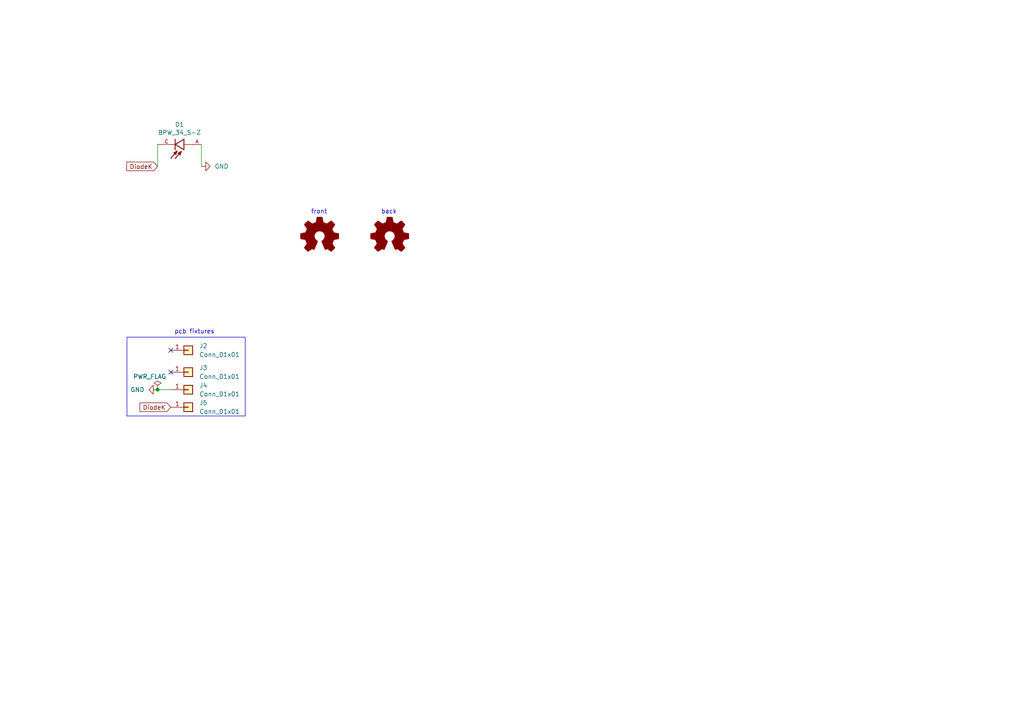
<source format=kicad_sch>
(kicad_sch (version 20231120) (generator "eeschema") (generator_version "8.0")
  (paper "A4")
  (title_block (title "Start of scanline detector") (rev "0.1") (company "Hexastorm") (comment 1 "Author: Rik Starmans"))
  (lib_symbols
    (symbol "Connector_Generic:Conn_01x01" (pin_names (offset 1.016) hide)
      (property "Reference" "J" (at 0 2.54 0))
      (property "Value" "Conn_01x01" (at 0 -2.54 0))
      (symbol "Conn_01x01_1_1"
        (rectangle (start -1.27 0.127) (end 0 -0.127) (stroke (width 0.1524)))
        (rectangle (start -1.27 1.27) (end 1.27 -1.27) (stroke (width 0.254)) (fill (type background)))
        (pin passive line (at -5.08 0 0) (length 3.81) (name "Pin_1") (number "1"))
      )
    )
    (symbol "Graphic:Logo_Open_Hardware_Small" (in_bom no) (on_board no)
      (symbol "Logo_Open_Hardware_Small_0_1"
        (polyline (pts (xy 3.3528 -4.3434) (xy 3.302 -4.318) (xy 3.175 -4.2418) (xy 2.9972 -4.1148) (xy 2.7686 -3.9624) (xy 2.54 -3.81) (xy 2.3622 -3.7084) (xy 2.2352 -3.6068) (xy 2.1844 -3.5814) (xy 2.159 -3.6068) (xy 2.0574 -3.6576) (xy 1.905 -3.7338) (xy 1.8034 -3.7846) (xy 1.6764 -3.8354) (xy 1.6002 -3.8354) (xy 1.6002 -3.8354) (xy 1.5494 -3.7338) (xy 1.4732 -3.5306) (xy 1.3462 -3.302) (xy 1.2446 -3.0226) (xy 1.1176 -2.7178) (xy 0.9652 -2.413) (xy 0.8636 -2.1082) (xy 0.7366 -1.8288) (xy 0.6604 -1.6256) (xy 0.6096 -1.4732) (xy 0.5842 -1.397) (xy 0.5842 -1.397) (xy 0.6604 -1.3208) (xy 0.7874 -1.2446) (xy 1.0414 -1.016) (xy 1.2954 -0.6858) (xy 1.4478 -0.3302) (xy 1.524 0.0762) (xy 1.4732 0.4572) (xy 1.3208 0.8128) (xy 1.0668 1.143) (xy 0.762 1.3716) (xy 0.4064 1.524) (xy 0 1.5748) (xy -0.381 1.5494) (xy -0.7366 1.397) (xy -1.0668 1.143) (xy -1.2192 0.9906) (xy -1.397 0.6604) (xy -1.524 0.3048) (xy -1.524 0.2286) (xy -1.4986 -0.1778) (xy -1.397 -0.5334) (xy -1.1938 -0.8636) (xy -0.9144 -1.143) (xy -0.8636 -1.1684) (xy -0.7366 -1.27) (xy -0.635 -1.3462) (xy -0.5842 -1.397) (xy -1.0668 -2.5908) (xy -1.143 -2.794) (xy -1.2954 -3.1242) (xy -1.397 -3.4036) (xy -1.4986 -3.6322) (xy -1.5748 -3.7846) (xy -1.6002 -3.8354) (xy -1.6002 -3.8354) (xy -1.651 -3.8354) (xy -1.7272 -3.81) (xy -1.905 -3.7338) (xy -2.0066 -3.683) (xy -2.1336 -3.6068) (xy -2.2098 -3.5814) (xy -2.2606 -3.6068) (xy -2.3622 -3.683) (xy -2.54 -3.81) (xy -2.7686 -3.9624) (xy -2.9718 -4.0894) (xy -3.1496 -4.2164) (xy -3.302 -4.318) (xy -3.3528 -4.3434) (xy -3.3782 -4.3434) (xy -3.429 -4.318) (xy -3.5306 -4.2164) (xy -3.7084 -4.064) (xy -3.937 -3.8354) (xy -3.9624 -3.81) (xy -4.1656 -3.6068) (xy -4.318 -3.4544) (xy -4.4196 -3.3274) (xy -4.445 -3.2766) (xy -4.445 -3.2766) (xy -4.4196 -3.2258) (xy -4.318 -3.0734) (xy -4.2164 -2.8956) (xy -4.064 -2.667) (xy -3.6576 -2.0828) (xy -3.8862 -1.5494) (xy -3.937 -1.3716) (xy -4.0386 -1.1684) (xy -4.0894 -1.0414) (xy -4.1148 -0.9652) (xy -4.191 -0.9398) (xy -4.318 -0.9144) (xy -4.5466 -0.8636) (xy -4.8006 -0.8128) (xy -5.0546 -0.7874) (xy -5.2578 -0.7366) (xy -5.4356 -0.7112) (xy -5.5118 -0.6858) (xy -5.5118 -0.6858) (xy -5.5372 -0.635) (xy -5.5372 -0.5588) (xy -5.5372 -0.4318) (xy -5.5626 -0.2286) (xy -5.5626 0.0762) (xy -5.5626 0.127) (xy -5.5372 0.4064) (xy -5.5372 0.635) (xy -5.5372 0.762) (xy -5.5372 0.8382) (xy -5.5372 0.8382) (xy -5.461 0.8382) (xy -5.3086 0.889) (xy -5.08 0.9144) (xy -4.826 0.9652) (xy -4.8006 0.9906) (xy -4.5466 1.0414) (xy -4.318 1.0668) (xy -4.1656 1.1176) (xy -4.0894 1.143) (xy -4.0894 1.143) (xy -4.0386 1.2446) (xy -3.9624 1.4224) (xy -3.8608 1.6256) (xy -3.7846 1.8288) (xy -3.7084 2.0066) (xy -3.6576 2.159) (xy -3.6322 2.2098) (xy -3.6322 2.2098) (xy -3.683 2.286) (xy -3.7592 2.413) (xy -3.8862 2.5908) (xy -4.064 2.8194) (xy -4.064 2.8448) (xy -4.2164 3.0734) (xy -4.3434 3.2512) (xy -4.4196 3.3782) (xy -4.445 3.4544) (xy -4.445 3.4544) (xy -4.3942 3.5052) (xy -4.2926 3.6322) (xy -4.1148 3.81) (xy -3.937 4.0132) (xy -3.8608 4.064) (xy -3.6576 4.2926) (xy -3.5052 4.4196) (xy -3.4036 4.4958) (xy -3.3528 4.5212) (xy -3.3528 4.5212) (xy -3.302 4.4704) (xy -3.1496 4.3688) (xy -2.9718 4.2418) (xy -2.7432 4.0894) (xy -2.7178 4.0894) (xy -2.4892 3.937) (xy -2.3114 3.81) (xy -2.1844 3.7084) (xy -2.1336 3.683) (xy -2.1082 3.683) (xy -2.032 3.7084) (xy -1.8542 3.7592) (xy -1.6764 3.8354) (xy -1.4732 3.937) (xy -1.27 4.0132) (xy -1.143 4.064) (xy -1.0668 4.1148) (xy -1.0668 4.1148) (xy -1.0414 4.191) (xy -1.016 4.3434) (xy -0.9652 4.572) (xy -0.9144 4.8514) (xy -0.889 4.9022) (xy -0.8382 5.1562) (xy -0.8128 5.3848) (xy -0.7874 5.5372) (xy -0.762 5.588) (xy -0.7112 5.6134) (xy -0.5842 5.6134) (xy -0.4064 5.6134) (xy -0.1524 5.6134) (xy 0.0762 5.6134) (xy 0.3302 5.6134) (xy 0.5334 5.6134) (xy 0.6858 5.588) (xy 0.7366 5.588) (xy 0.7366 5.588) (xy 0.762 5.5118) (xy 0.8128 5.334) (xy 0.8382 5.1054) (xy 0.9144 4.826) (xy 0.9144 4.7752) (xy 0.9652 4.5212) (xy 1.016 4.2926) (xy 1.0414 4.1402) (xy 1.0668 4.0894) (xy 1.0668 4.0894) (xy 1.1938 4.0386) (xy 1.3716 3.9624) (xy 1.5748 3.8608) (xy 2.0828 3.6576) (xy 2.7178 4.0894) (xy 2.7686 4.1402) (xy 2.9972 4.2926) (xy 3.175 4.4196) (xy 3.302 4.4958) (xy 3.3782 4.5212) (xy 3.3782 4.5212) (xy 3.429 4.4704) (xy 3.556 4.3434) (xy 3.7338 4.191) (xy 3.9116 3.9878) (xy 4.064 3.8354) (xy 4.2418 3.6576) (xy 4.3434 3.556) (xy 4.4196 3.4798) (xy 4.4196 3.429) (xy 4.4196 3.4036) (xy 4.3942 3.3274) (xy 4.2926 3.2004) (xy 4.1656 2.9972) (xy 4.0132 2.794) (xy 3.8862 2.5908) (xy 3.7592 2.3876) (xy 3.6576 2.2352) (xy 3.6322 2.159) (xy 3.6322 2.1336) (xy 3.683 2.0066) (xy 3.7592 1.8288) (xy 3.8608 1.6002) (xy 4.064 1.1176) (xy 4.3942 1.0414) (xy 4.5974 1.016) (xy 4.8768 0.9652) (xy 5.1308 0.9144) (xy 5.5372 0.8382) (xy 5.5626 -0.6604) (xy 5.4864 -0.6858) (xy 5.4356 -0.6858) (xy 5.2832 -0.7366) (xy 5.0546 -0.762) (xy 4.8006 -0.8128) (xy 4.5974 -0.8636) (xy 4.3688 -0.9144) (xy 4.2164 -0.9398) (xy 4.1402 -0.9398) (xy 4.1148 -0.9652) (xy 4.064 -1.0668) (xy 3.9878 -1.2446) (xy 3.9116 -1.4478) (xy 3.81 -1.651) (xy 3.7338 -1.8542) (xy 3.683 -2.0066) (xy 3.6576 -2.0828) (xy 3.683 -2.1336) (xy 3.7846 -2.2606) (xy 3.8862 -2.4638) (xy 4.0386 -2.667) (xy 4.191 -2.8956) (xy 4.318 -3.0734) (xy 4.3942 -3.2004) (xy 4.445 -3.2766) (xy 4.4196 -3.3274) (xy 4.3434 -3.429) (xy 4.1656 -3.5814) (xy 3.937 -3.8354) (xy 3.8862 -3.8608) (xy 3.683 -4.064) (xy 3.5306 -4.2164) (xy 3.4036 -4.318) (xy 3.3528 -4.3434)) (fill (type outline)))
      )
    )
    (symbol "power:GND" (power) (pin_numbers hide) (pin_names (offset 0) hide)
      (property "Value" "GND" (at 0 -3.81 0))
      (symbol "GND_0_1"
        (polyline (pts (xy 0 0) (xy 0 -1.27) (xy 1.27 -1.27) (xy 0 -2.54) (xy -1.27 -1.27) (xy 0 -1.27)))
      )
      (symbol "GND_1_1"
        (pin power_in line (at 0 0 270) (length 0) (name "~") (number "1"))
      )
    )
    (symbol "power:PWR_FLAG" (power) (pin_numbers hide) (pin_names (offset 0) hide)
      (property "Value" "PWR_FLAG" (at 0 3.81 0))
      (symbol "PWR_FLAG_0_0"
        (pin power_out line (at 0 0 90) (length 0) (name "~") (number "1"))
      )
      (symbol "PWR_FLAG_0_1"
        (polyline (pts (xy 0 0) (xy 0 1.27) (xy -1.016 1.905) (xy 0 2.54) (xy 1.016 1.905) (xy 0 1.27)))
      )
    )
    (symbol "start-of-scanline_library:BPW_34_S-Z" (pin_names (offset 1.016) hide)
      (property "Reference" "D" (at -3.0988 4.4958 0))
      (property "Value" "BPW_34_S-Z" (at -3.556 -3.302 0))
      (symbol "BPW_34_S-Z_0_0"
        (polyline (pts (xy -2.54 -1.524) (xy 0 0)) (stroke (width 0.254)))
        (polyline (pts (xy -2.54 0) (xy -5.08 0)) (stroke (width 0.1524)))
        (polyline (pts (xy -2.54 0) (xy -2.54 -1.524)) (stroke (width 0.254)))
        (polyline (pts (xy -2.54 1.524) (xy -2.54 0)) (stroke (width 0.254)))
        (polyline (pts (xy -1.778 2.032) (xy -1.4478 2.9972)) (stroke (width 0.254)))
        (polyline (pts (xy -1.778 2.032) (xy 0 4.064)) (stroke (width 0.254)))
        (polyline (pts (xy -1.4732 2.2606) (xy -1.3462 2.2606)) (stroke (width 0.254)))
        (polyline (pts (xy -1.4478 2.9972) (xy -1.4732 2.2606)) (stroke (width 0.254)))
        (polyline (pts (xy -1.4478 2.9972) (xy -0.889 2.5146)) (stroke (width 0.254)))
        (polyline (pts (xy -1.0668 2.5908) (xy -1.2954 2.4384)) (stroke (width 0.254)))
        (polyline (pts (xy -0.889 2.5146) (xy -1.778 2.032)) (stroke (width 0.254)))
        (polyline (pts (xy -0.5334 1.9304) (xy -0.2032 2.8956)) (stroke (width 0.254)))
        (polyline (pts (xy -0.5334 1.9304) (xy 1.2446 3.9624)) (stroke (width 0.254)))
        (polyline (pts (xy -0.2286 2.159) (xy -0.1016 2.159)) (stroke (width 0.254)))
        (polyline (pts (xy -0.2032 2.8956) (xy -0.2286 2.159)) (stroke (width 0.254)))
        (polyline (pts (xy -0.2032 2.8956) (xy 0.3556 2.413)) (stroke (width 0.254)))
        (polyline (pts (xy 0 0) (xy -2.54 1.524)) (stroke (width 0.254)))
        (polyline (pts (xy 0 1.524) (xy 0 -1.524)) (stroke (width 0.254)))
        (polyline (pts (xy 0.1778 2.4892) (xy -0.0508 2.3368)) (stroke (width 0.254)))
        (polyline (pts (xy 0.3556 2.413) (xy -0.5334 1.9304)) (stroke (width 0.254)))
        (pin passive line (at -7.62 0 0) (length 2.54) (name "~") (number "A"))
        (pin passive line (at 5.08 0 180) (length 5.08) (name "~") (number "C"))
      )
    )
  )
  (junction (at 45.72 113.03))
  (no_connect (at 49.53 107.95))
  (no_connect (at 49.53 101.6))
  (polyline (pts (xy 36.83 97.79) (xy 71.12 97.79)))
  (wire (pts (xy 45.72 113.03) (xy 49.53 113.03)))
  (polyline (pts (xy 36.83 120.65) (xy 71.12 120.65)))
  (wire (pts (xy 58.42 48.26) (xy 58.42 41.91)))
  (polyline (pts (xy 36.83 97.79) (xy 36.83 120.65)))
  (wire (pts (xy 45.72 41.91) (xy 45.72 48.26)))
  (polyline (pts (xy 71.12 120.65) (xy 71.12 97.79)))
  (text "back" (at 110.49 62.23 0) (effects (font (size 1.27 1.27)) (justify left bottom)))
  (text "pcb fixtures" (at 50.546 97.028 0) (effects (font (size 1.27 1.27)) (justify left bottom)))
  (text "front" (at 90.17 62.23 0) (effects (font (size 1.27 1.27)) (justify left bottom)))
  (global_label "DiodeK" (shape input) (at 49.53 118.11 180) (property "Intersheetrefs" "${INTERSHEET_REFS}" (effects (hide yes))))
  (global_label "DiodeK" (shape input) (at 45.72 48.26 180) (property "Intersheetrefs" "${INTERSHEET_REFS}" (effects (hide yes))))
  (symbol (lib_id "start-of-scanline_library:BPW_34_S-Z") (at 50.8 41.91 180) (unit 1)
    (property "Reference" "D1" (at 52.07 36.1442 0))
    (property "Value" "BPW_34_S-Z" (at 52.07 38.4556 0))
    (property "Footprint" "DIO_BPW_34_S-Z" (effects (hide yes)))
    (property "manuf#" "BPW 34 S" (effects (hide yes)))
    (property "mouser#" "720-BPW34S-Z" (effects (hide yes)))
  )
  (symbol (lib_id "power:GND") (at 45.72 113.03 270) (unit 1)
    (property "Reference" "#PWR01" (effects (hide yes)))
    (property "Value" "GND" (at 41.91 113.0299 90) (effects (justify right)))
    (property "Description" "Power symbol creates a global label with name \"GND\" , ground" (effects (hide yes)))
  )
  (symbol (lib_id "Connector_Generic:Conn_01x01") (at 54.61 113.03 0) (unit 1)
    (property "Reference" "J4" (at 57.785 111.76 0) (effects (justify left)))
    (property "Value" "Conn_01x01" (at 57.785 114.3 0) (effects (justify left)))
    (property "Footprint" "start-of-scanline-detector:TestPoint_Pad_2.0x2.0mm_nosilk" (effects (hide yes)))
  )
  (symbol (lib_id "Graphic:Logo_Open_Hardware_Small") (at 92.71 68.58 0) (unit 1) (exclude_from_sim yes) (in_bom no)
    (property "Reference" "L1" (effects (hide yes)))
    (property "Value" "Logo_Open_Hardware_Small" (effects (hide yes)))
    (property "Footprint" "start-of-scanline-detector:hexastorm" (effects (hide yes)))
  )
  (symbol (lib_id "Graphic:Logo_Open_Hardware_Small") (at 113.03 68.58 0) (unit 1) (exclude_from_sim yes) (in_bom no)
    (property "Reference" "L2" (effects (hide yes)))
    (property "Value" "Logo_Open_Hardware_Small" (effects (hide yes)))
    (property "Footprint" "start-of-scanline-detector:hexastorm" (effects (hide yes)))
  )
  (symbol (lib_id "power:GND") (at 58.42 48.26 90) (unit 1)
    (property "Reference" "#PWR02" (effects (hide yes)))
    (property "Value" "GND" (at 62.23 48.2599 90) (effects (justify right)))
    (property "Description" "Power symbol creates a global label with name \"GND\" , ground" (effects (hide yes)))
  )
  (symbol (lib_id "Connector_Generic:Conn_01x01") (at 54.61 118.11 0) (unit 1)
    (property "Reference" "J5" (at 57.785 116.84 0) (effects (justify left)))
    (property "Value" "Conn_01x01" (at 57.785 119.38 0) (effects (justify left)))
    (property "Footprint" "start-of-scanline-detector:TestPoint_Pad_2.0x2.0mm_nosilk" (effects (hide yes)))
  )
  (symbol (lib_id "Connector_Generic:Conn_01x01") (at 54.61 107.95 0) (unit 1)
    (property "Reference" "J3" (at 57.785 106.68 0) (effects (justify left)))
    (property "Value" "Conn_01x01" (at 57.785 109.22 0) (effects (justify left)))
    (property "Footprint" "start-of-scanline-detector:TestPoint_Pad_2.0x2.0mm_nosilk" (effects (hide yes)))
  )
  (symbol (lib_id "Connector_Generic:Conn_01x01") (at 54.61 101.6 0) (unit 1)
    (property "Reference" "J2" (at 57.785 100.33 0) (effects (justify left)))
    (property "Value" "Conn_01x01" (at 57.785 102.87 0) (effects (justify left)))
    (property "Footprint" "start-of-scanline-detector:TestPoint_Pad_2.0x2.0mm_nosilk" (effects (hide yes)))
  )
  (symbol (lib_id "power:PWR_FLAG") (at 45.72 113.03 0) (unit 1)
    (property "Reference" "#FLG01" (effects (hide yes)))
    (property "Value" "PWR_FLAG" (at 43.434 109.22 0))
    (property "Description" "Special symbol for telling ERC where power comes from" (effects (hide yes)))
  )
)
</source>
